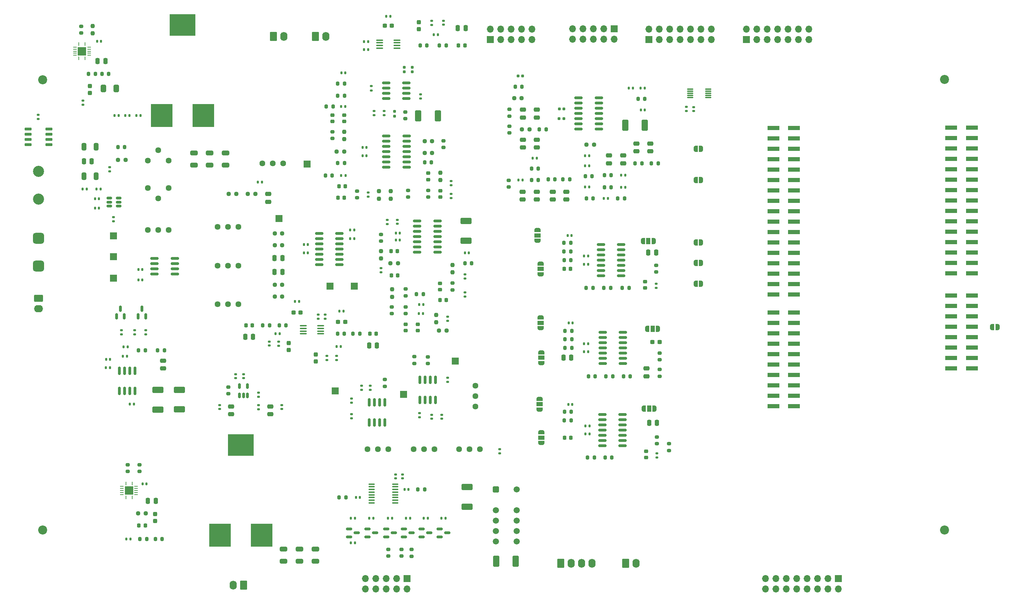
<source format=gbr>
%TF.GenerationSoftware,KiCad,Pcbnew,8.0.8*%
%TF.CreationDate,2025-03-13T09:52:44+00:00*%
%TF.ProjectId,Beehive_Monitor_main_PCB,42656568-6976-4655-9f4d-6f6e69746f72,rev?*%
%TF.SameCoordinates,Original*%
%TF.FileFunction,Soldermask,Top*%
%TF.FilePolarity,Negative*%
%FSLAX46Y46*%
G04 Gerber Fmt 4.6, Leading zero omitted, Abs format (unit mm)*
G04 Created by KiCad (PCBNEW 8.0.8) date 2025-03-13 09:52:44*
%MOMM*%
%LPD*%
G01*
G04 APERTURE LIST*
G04 Aperture macros list*
%AMRoundRect*
0 Rectangle with rounded corners*
0 $1 Rounding radius*
0 $2 $3 $4 $5 $6 $7 $8 $9 X,Y pos of 4 corners*
0 Add a 4 corners polygon primitive as box body*
4,1,4,$2,$3,$4,$5,$6,$7,$8,$9,$2,$3,0*
0 Add four circle primitives for the rounded corners*
1,1,$1+$1,$2,$3*
1,1,$1+$1,$4,$5*
1,1,$1+$1,$6,$7*
1,1,$1+$1,$8,$9*
0 Add four rect primitives between the rounded corners*
20,1,$1+$1,$2,$3,$4,$5,0*
20,1,$1+$1,$4,$5,$6,$7,0*
20,1,$1+$1,$6,$7,$8,$9,0*
20,1,$1+$1,$8,$9,$2,$3,0*%
%AMFreePoly0*
4,1,19,0.500000,-0.750000,0.000000,-0.750000,0.000000,-0.744911,-0.071157,-0.744911,-0.207708,-0.704816,-0.327430,-0.627875,-0.420627,-0.520320,-0.479746,-0.390866,-0.500000,-0.250000,-0.500000,0.250000,-0.479746,0.390866,-0.420627,0.520320,-0.327430,0.627875,-0.207708,0.704816,-0.071157,0.744911,0.000000,0.744911,0.000000,0.750000,0.500000,0.750000,0.500000,-0.750000,0.500000,-0.750000,
$1*%
%AMFreePoly1*
4,1,19,0.000000,0.744911,0.071157,0.744911,0.207708,0.704816,0.327430,0.627875,0.420627,0.520320,0.479746,0.390866,0.500000,0.250000,0.500000,-0.250000,0.479746,-0.390866,0.420627,-0.520320,0.327430,-0.627875,0.207708,-0.704816,0.071157,-0.744911,0.000000,-0.744911,0.000000,-0.750000,-0.500000,-0.750000,-0.500000,0.750000,0.000000,0.750000,0.000000,0.744911,0.000000,0.744911,
$1*%
%AMFreePoly2*
4,1,19,0.550000,-0.750000,0.000000,-0.750000,0.000000,-0.744911,-0.071157,-0.744911,-0.207708,-0.704816,-0.327430,-0.627875,-0.420627,-0.520320,-0.479746,-0.390866,-0.500000,-0.250000,-0.500000,0.250000,-0.479746,0.390866,-0.420627,0.520320,-0.327430,0.627875,-0.207708,0.704816,-0.071157,0.744911,0.000000,0.744911,0.000000,0.750000,0.550000,0.750000,0.550000,-0.750000,0.550000,-0.750000,
$1*%
%AMFreePoly3*
4,1,19,0.000000,0.744911,0.071157,0.744911,0.207708,0.704816,0.327430,0.627875,0.420627,0.520320,0.479746,0.390866,0.500000,0.250000,0.500000,-0.250000,0.479746,-0.390866,0.420627,-0.520320,0.327430,-0.627875,0.207708,-0.704816,0.071157,-0.744911,0.000000,-0.744911,0.000000,-0.750000,-0.550000,-0.750000,-0.550000,0.750000,0.000000,0.750000,0.000000,0.744911,0.000000,0.744911,
$1*%
G04 Aperture macros list end*
%ADD10RoundRect,0.200000X0.275000X-0.200000X0.275000X0.200000X-0.275000X0.200000X-0.275000X-0.200000X0*%
%ADD11RoundRect,0.200000X-0.200000X-0.275000X0.200000X-0.275000X0.200000X0.275000X-0.200000X0.275000X0*%
%ADD12RoundRect,0.250000X-0.620000X-0.845000X0.620000X-0.845000X0.620000X0.845000X-0.620000X0.845000X0*%
%ADD13O,1.740000X2.190000*%
%ADD14RoundRect,0.237500X0.300000X0.237500X-0.300000X0.237500X-0.300000X-0.237500X0.300000X-0.237500X0*%
%ADD15RoundRect,0.225000X0.250000X-0.225000X0.250000X0.225000X-0.250000X0.225000X-0.250000X-0.225000X0*%
%ADD16RoundRect,0.150000X0.150000X-0.512500X0.150000X0.512500X-0.150000X0.512500X-0.150000X-0.512500X0*%
%ADD17RoundRect,0.140000X-0.140000X-0.170000X0.140000X-0.170000X0.140000X0.170000X-0.140000X0.170000X0*%
%ADD18RoundRect,0.250000X0.475000X-0.250000X0.475000X0.250000X-0.475000X0.250000X-0.475000X-0.250000X0*%
%ADD19RoundRect,0.135000X-0.185000X0.135000X-0.185000X-0.135000X0.185000X-0.135000X0.185000X0.135000X0*%
%ADD20C,1.440000*%
%ADD21RoundRect,0.135000X0.135000X0.185000X-0.135000X0.185000X-0.135000X-0.185000X0.135000X-0.185000X0*%
%ADD22RoundRect,0.150000X-0.825000X-0.150000X0.825000X-0.150000X0.825000X0.150000X-0.825000X0.150000X0*%
%ADD23RoundRect,0.200000X-0.275000X0.200000X-0.275000X-0.200000X0.275000X-0.200000X0.275000X0.200000X0*%
%ADD24RoundRect,0.225000X0.225000X0.250000X-0.225000X0.250000X-0.225000X-0.250000X0.225000X-0.250000X0*%
%ADD25RoundRect,0.200000X0.200000X0.275000X-0.200000X0.275000X-0.200000X-0.275000X0.200000X-0.275000X0*%
%ADD26RoundRect,0.225000X-0.225000X-0.250000X0.225000X-0.250000X0.225000X0.250000X-0.225000X0.250000X0*%
%ADD27RoundRect,0.140000X0.170000X-0.140000X0.170000X0.140000X-0.170000X0.140000X-0.170000X-0.140000X0*%
%ADD28FreePoly0,180.000000*%
%ADD29FreePoly1,180.000000*%
%ADD30RoundRect,0.250000X-0.650000X0.325000X-0.650000X-0.325000X0.650000X-0.325000X0.650000X0.325000X0*%
%ADD31RoundRect,0.155000X0.155000X-0.212500X0.155000X0.212500X-0.155000X0.212500X-0.155000X-0.212500X0*%
%ADD32RoundRect,0.150000X0.825000X0.150000X-0.825000X0.150000X-0.825000X-0.150000X0.825000X-0.150000X0*%
%ADD33RoundRect,0.140000X-0.170000X0.140000X-0.170000X-0.140000X0.170000X-0.140000X0.170000X0.140000X0*%
%ADD34RoundRect,0.135000X-0.135000X-0.185000X0.135000X-0.185000X0.135000X0.185000X-0.135000X0.185000X0*%
%ADD35RoundRect,0.135000X0.185000X-0.135000X0.185000X0.135000X-0.185000X0.135000X-0.185000X-0.135000X0*%
%ADD36RoundRect,0.225000X-0.250000X0.225000X-0.250000X-0.225000X0.250000X-0.225000X0.250000X0.225000X0*%
%ADD37RoundRect,0.250000X-0.250000X-0.475000X0.250000X-0.475000X0.250000X0.475000X-0.250000X0.475000X0*%
%ADD38RoundRect,0.250000X-0.475000X0.250000X-0.475000X-0.250000X0.475000X-0.250000X0.475000X0.250000X0*%
%ADD39RoundRect,0.140000X0.140000X0.170000X-0.140000X0.170000X-0.140000X-0.170000X0.140000X-0.170000X0*%
%ADD40FreePoly2,90.000000*%
%ADD41R,1.500000X1.000000*%
%ADD42FreePoly3,90.000000*%
%ADD43R,1.700000X1.700000*%
%ADD44RoundRect,0.250500X-0.499500X-0.499500X0.499500X-0.499500X0.499500X0.499500X-0.499500X0.499500X0*%
%ADD45C,1.500000*%
%ADD46R,6.360000X5.280000*%
%ADD47R,5.330000X5.590000*%
%ADD48RoundRect,0.237500X-0.237500X0.300000X-0.237500X-0.300000X0.237500X-0.300000X0.237500X0.300000X0*%
%ADD49RoundRect,0.100000X-0.712500X-0.100000X0.712500X-0.100000X0.712500X0.100000X-0.712500X0.100000X0*%
%ADD50RoundRect,0.250000X0.250000X0.475000X-0.250000X0.475000X-0.250000X-0.475000X0.250000X-0.475000X0*%
%ADD51O,1.700000X1.700000*%
%ADD52RoundRect,0.237500X-0.250000X-0.237500X0.250000X-0.237500X0.250000X0.237500X-0.250000X0.237500X0*%
%ADD53R,0.280000X0.850000*%
%ADD54R,0.850000X0.280000*%
%ADD55R,2.050000X2.050000*%
%ADD56RoundRect,0.150000X-0.587500X-0.150000X0.587500X-0.150000X0.587500X0.150000X-0.587500X0.150000X0*%
%ADD57RoundRect,0.237500X-0.300000X-0.237500X0.300000X-0.237500X0.300000X0.237500X-0.300000X0.237500X0*%
%ADD58RoundRect,0.150000X-0.150000X0.825000X-0.150000X-0.825000X0.150000X-0.825000X0.150000X0.825000X0*%
%ADD59RoundRect,0.237500X0.250000X0.237500X-0.250000X0.237500X-0.250000X-0.237500X0.250000X-0.237500X0*%
%ADD60RoundRect,0.237500X-0.237500X0.250000X-0.237500X-0.250000X0.237500X-0.250000X0.237500X0.250000X0*%
%ADD61RoundRect,0.100000X-0.637500X-0.100000X0.637500X-0.100000X0.637500X0.100000X-0.637500X0.100000X0*%
%ADD62RoundRect,0.237500X0.237500X-0.300000X0.237500X0.300000X-0.237500X0.300000X-0.237500X-0.300000X0*%
%ADD63R,3.000000X1.000000*%
%ADD64RoundRect,0.250000X1.100000X-0.500000X1.100000X0.500000X-1.100000X0.500000X-1.100000X-0.500000X0*%
%ADD65RoundRect,0.675000X0.675000X-0.675000X0.675000X0.675000X-0.675000X0.675000X-0.675000X-0.675000X0*%
%ADD66C,2.700000*%
%ADD67RoundRect,0.237500X0.237500X-0.250000X0.237500X0.250000X-0.237500X0.250000X-0.237500X-0.250000X0*%
%ADD68RoundRect,0.155000X-0.212500X-0.155000X0.212500X-0.155000X0.212500X0.155000X-0.212500X0.155000X0*%
%ADD69RoundRect,0.250000X-0.500000X-1.100000X0.500000X-1.100000X0.500000X1.100000X-0.500000X1.100000X0*%
%ADD70RoundRect,0.250000X-0.325000X-0.650000X0.325000X-0.650000X0.325000X0.650000X-0.325000X0.650000X0*%
%ADD71RoundRect,0.150000X0.512500X0.150000X-0.512500X0.150000X-0.512500X-0.150000X0.512500X-0.150000X0*%
%ADD72RoundRect,0.150000X0.725000X0.150000X-0.725000X0.150000X-0.725000X-0.150000X0.725000X-0.150000X0*%
%ADD73C,2.200000*%
%ADD74RoundRect,0.250000X-0.845000X0.620000X-0.845000X-0.620000X0.845000X-0.620000X0.845000X0.620000X0*%
%ADD75O,2.190000X1.740000*%
%ADD76RoundRect,0.250000X0.500000X1.100000X-0.500000X1.100000X-0.500000X-1.100000X0.500000X-1.100000X0*%
%ADD77RoundRect,0.155000X-0.155000X0.212500X-0.155000X-0.212500X0.155000X-0.212500X0.155000X0.212500X0*%
%ADD78RoundRect,0.075000X-0.650000X-0.075000X0.650000X-0.075000X0.650000X0.075000X-0.650000X0.075000X0*%
%ADD79RoundRect,0.250000X0.620000X0.845000X-0.620000X0.845000X-0.620000X-0.845000X0.620000X-0.845000X0*%
%ADD80RoundRect,0.250000X0.412500X0.650000X-0.412500X0.650000X-0.412500X-0.650000X0.412500X-0.650000X0*%
%ADD81RoundRect,0.150000X0.150000X-0.587500X0.150000X0.587500X-0.150000X0.587500X-0.150000X-0.587500X0*%
%ADD82FreePoly2,0.000000*%
%ADD83R,1.000000X1.500000*%
%ADD84FreePoly3,0.000000*%
%ADD85RoundRect,0.100000X0.712500X0.100000X-0.712500X0.100000X-0.712500X-0.100000X0.712500X-0.100000X0*%
%ADD86RoundRect,0.155000X0.212500X0.155000X-0.212500X0.155000X-0.212500X-0.155000X0.212500X-0.155000X0*%
%ADD87RoundRect,0.150000X0.150000X-0.825000X0.150000X0.825000X-0.150000X0.825000X-0.150000X-0.825000X0*%
G04 APERTURE END LIST*
D10*
%TO.C,R172*%
X211880000Y-159175000D03*
X211880000Y-157525000D03*
%TD*%
D11*
%TO.C,R153*%
X203415000Y-121120000D03*
X205065000Y-121120000D03*
%TD*%
D12*
%TO.C,PI_PWR1*%
X118300000Y-59770000D03*
D13*
X120840000Y-59770000D03*
%TD*%
D14*
%TO.C,C95*%
X212515000Y-134350000D03*
X210790000Y-134350000D03*
%TD*%
D11*
%TO.C,R47*%
X133980000Y-74210000D03*
X135630000Y-74210000D03*
%TD*%
D15*
%TO.C,C84*%
X150531250Y-131567500D03*
X150531250Y-130017500D03*
%TD*%
D16*
%TO.C,IC4*%
X110025000Y-147385000D03*
X110975000Y-147385000D03*
X111925000Y-147385000D03*
X111925000Y-145110000D03*
X110025000Y-145110000D03*
%TD*%
D17*
%TO.C,Cboot1*%
X86340000Y-169000000D03*
X87300000Y-169000000D03*
%TD*%
D18*
%TO.C,C77*%
X210240000Y-87825907D03*
X210240000Y-85925907D03*
%TD*%
D19*
%TO.C,R17*%
X114650000Y-146740000D03*
X114650000Y-147760000D03*
%TD*%
D20*
%TO.C,RV7*%
X120665000Y-90760000D03*
X118125000Y-90760000D03*
X115585000Y-90760000D03*
%TD*%
D11*
%TO.C,R141*%
X85390000Y-136370000D03*
X87040000Y-136370000D03*
%TD*%
D10*
%TO.C,R60*%
X151110000Y-98995000D03*
X151110000Y-97345000D03*
%TD*%
D21*
%TO.C,R82*%
X179090000Y-94845907D03*
X178070000Y-94845907D03*
%TD*%
D22*
%TO.C,U1*%
X145830000Y-84050000D03*
X145830000Y-85320000D03*
X145830000Y-86590000D03*
X145830000Y-87860000D03*
X145830000Y-89130000D03*
X145830000Y-90400000D03*
X145830000Y-91670000D03*
X150780000Y-91670000D03*
X150780000Y-90400000D03*
X150780000Y-89130000D03*
X150780000Y-87860000D03*
X150780000Y-86590000D03*
X150780000Y-85320000D03*
X150780000Y-84050000D03*
%TD*%
D23*
%TO.C,R113*%
X150531250Y-125787500D03*
X150531250Y-127437500D03*
%TD*%
D15*
%TO.C,C63*%
X158990000Y-98965000D03*
X158990000Y-97415000D03*
%TD*%
D24*
%TO.C,C111*%
X190802499Y-116532500D03*
X189252499Y-116532500D03*
%TD*%
D25*
%TO.C,R79*%
X184840000Y-82430000D03*
X183190000Y-82430000D03*
%TD*%
D26*
%TO.C,C31*%
X111610000Y-130290000D03*
X113160000Y-130290000D03*
%TD*%
D27*
%TO.C,C24*%
X130900000Y-128660000D03*
X130900000Y-127700000D03*
%TD*%
D28*
%TO.C,JP1*%
X294960000Y-130690000D03*
D29*
X293660000Y-130690000D03*
%TD*%
D17*
%TO.C,C97*%
X138420000Y-172310000D03*
X139380000Y-172310000D03*
%TD*%
D30*
%TO.C,C20*%
X128525000Y-184900000D03*
X128525000Y-187850000D03*
%TD*%
D31*
%TO.C,C68*%
X150205000Y-68417500D03*
X150205000Y-67282500D03*
%TD*%
D22*
%TO.C,U3*%
X192740000Y-74795907D03*
X192740000Y-76065907D03*
X192740000Y-77335907D03*
X192740000Y-78605907D03*
X192740000Y-79875907D03*
X192740000Y-81145907D03*
X192740000Y-82415907D03*
X197690000Y-82415907D03*
X197690000Y-81145907D03*
X197690000Y-79875907D03*
X197690000Y-78605907D03*
X197690000Y-77335907D03*
X197690000Y-76065907D03*
X197690000Y-74795907D03*
%TD*%
D32*
%TO.C,IC2*%
X94220000Y-117770000D03*
X94220000Y-116500000D03*
X94220000Y-115230000D03*
X94220000Y-113960000D03*
X89270000Y-113960000D03*
X89270000Y-115230000D03*
X89270000Y-116500000D03*
X89270000Y-117770000D03*
%TD*%
D33*
%TO.C,C89*%
X159325000Y-152107500D03*
X159325000Y-153067500D03*
%TD*%
D34*
%TO.C,R146*%
X83225552Y-149554448D03*
X84245552Y-149554448D03*
%TD*%
D35*
%TO.C,R71*%
X142145000Y-72940000D03*
X142145000Y-71920000D03*
%TD*%
D11*
%TO.C,R13*%
X80340000Y-86810000D03*
X81990000Y-86810000D03*
%TD*%
%TO.C,R154*%
X189425000Y-133710000D03*
X191075000Y-133710000D03*
%TD*%
D36*
%TO.C,C59*%
X132690000Y-78975000D03*
X132690000Y-80525000D03*
%TD*%
D17*
%TO.C,C57*%
X134895000Y-68690000D03*
X135855000Y-68690000D03*
%TD*%
D37*
%TO.C,C2*%
X72025000Y-90275000D03*
X73925000Y-90275000D03*
%TD*%
D11*
%TO.C,R132*%
X165016250Y-115172500D03*
X166666250Y-115172500D03*
%TD*%
D25*
%TO.C,R92*%
X200677500Y-96585907D03*
X199027500Y-96585907D03*
%TD*%
D38*
%TO.C,C72*%
X182520000Y-77670907D03*
X182520000Y-79570907D03*
%TD*%
D39*
%TO.C,C93*%
X191265000Y-129680000D03*
X190305000Y-129680000D03*
%TD*%
D40*
%TO.C,JP5*%
X183247500Y-150860000D03*
D41*
X183247500Y-149560000D03*
D42*
X183247500Y-148260000D03*
%TD*%
D11*
%TO.C,R116*%
X195170000Y-142730000D03*
X196820000Y-142730000D03*
%TD*%
D10*
%TO.C,R167*%
X155940000Y-139625000D03*
X155940000Y-137975000D03*
%TD*%
D34*
%TO.C,R96*%
X203155000Y-93635907D03*
X204175000Y-93635907D03*
%TD*%
D21*
%TO.C,R168*%
X154836250Y-125187500D03*
X153816250Y-125187500D03*
%TD*%
D39*
%TO.C,C56*%
X140992500Y-86900000D03*
X140032500Y-86900000D03*
%TD*%
D11*
%TO.C,R118*%
X153201250Y-122687500D03*
X154851250Y-122687500D03*
%TD*%
D10*
%TO.C,R50*%
X132690000Y-84700000D03*
X132690000Y-83050000D03*
%TD*%
D21*
%TO.C,R28*%
X134740000Y-135480000D03*
X133720000Y-135480000D03*
%TD*%
D35*
%TO.C,R149*%
X173500000Y-161510000D03*
X173500000Y-160490000D03*
%TD*%
D10*
%TO.C,R121*%
X149495000Y-186635000D03*
X149495000Y-184985000D03*
%TD*%
D39*
%TO.C,C102*%
X78400000Y-140604448D03*
X77440000Y-140604448D03*
%TD*%
D43*
%TO.C,TP_4*%
X119620000Y-104200000D03*
%TD*%
D39*
%TO.C,C44*%
X86320000Y-119210000D03*
X85360000Y-119210000D03*
%TD*%
D40*
%TO.C,JP8*%
X183690000Y-159000000D03*
D41*
X183690000Y-157700000D03*
D42*
X183690000Y-156400000D03*
%TD*%
D11*
%TO.C,R95*%
X199040000Y-93635907D03*
X200690000Y-93635907D03*
%TD*%
D43*
%TO.C,TP_2*%
X79300000Y-108480000D03*
%TD*%
D19*
%TO.C,R133*%
X165011250Y-117842500D03*
X165011250Y-118862500D03*
%TD*%
D28*
%TO.C,PE_9*%
X222600000Y-120180000D03*
D29*
X221300000Y-120180000D03*
%TD*%
D35*
%TO.C,R143*%
X81190000Y-132470000D03*
X81190000Y-131450000D03*
%TD*%
D44*
%TO.C,K2*%
X172530000Y-170365000D03*
D45*
X172530000Y-175445000D03*
X172530000Y-177985000D03*
X172530000Y-180525000D03*
X172530000Y-183065000D03*
X177610000Y-183065000D03*
X177610000Y-180525000D03*
X177610000Y-177985000D03*
X177610000Y-175445000D03*
X177610000Y-170365000D03*
%TD*%
D35*
%TO.C,R500*%
X78340000Y-92750000D03*
X78340000Y-91730000D03*
%TD*%
D23*
%TO.C,R6*%
X71350000Y-57312500D03*
X71350000Y-58962500D03*
%TD*%
D46*
%TO.C,L1*%
X96125000Y-57000000D03*
D47*
X91050000Y-79075000D03*
X101200000Y-79075000D03*
%TD*%
D11*
%TO.C,R156*%
X199435000Y-142730000D03*
X201085000Y-142730000D03*
%TD*%
D20*
%TO.C,RV5*%
X109730000Y-125130000D03*
X107190000Y-125130000D03*
X104650000Y-125130000D03*
%TD*%
D21*
%TO.C,R46*%
X135850000Y-76840000D03*
X134830000Y-76840000D03*
%TD*%
D48*
%TO.C,C7*%
X73500000Y-71875000D03*
X73500000Y-73600000D03*
%TD*%
D19*
%TO.C,R150*%
X153915000Y-151747500D03*
X153915000Y-152767500D03*
%TD*%
D34*
%TO.C,R36*%
X123553750Y-124426250D03*
X124573750Y-124426250D03*
%TD*%
D25*
%TO.C,R91*%
X203960000Y-99285907D03*
X202310000Y-99285907D03*
%TD*%
D38*
%TO.C,C14*%
X107975000Y-150080000D03*
X107975000Y-151980000D03*
%TD*%
D19*
%TO.C,R4*%
X79300000Y-103880000D03*
X79300000Y-104900000D03*
%TD*%
D49*
%TO.C,IC6*%
X125552500Y-130410000D03*
X125552500Y-131060000D03*
X125552500Y-131710000D03*
X125552500Y-132360000D03*
X129777500Y-132360000D03*
X129777500Y-131710000D03*
X129777500Y-131060000D03*
X129777500Y-130410000D03*
%TD*%
D39*
%TO.C,C55*%
X140992500Y-88870000D03*
X140032500Y-88870000D03*
%TD*%
D27*
%TO.C,C23*%
X129202500Y-128660000D03*
X129202500Y-127700000D03*
%TD*%
%TO.C,C100*%
X149770000Y-167640000D03*
X149770000Y-166680000D03*
%TD*%
D25*
%TO.C,R155*%
X191085000Y-135820000D03*
X189435000Y-135820000D03*
%TD*%
D50*
%TO.C,C112*%
X211672499Y-112542500D03*
X209772499Y-112542500D03*
%TD*%
D43*
%TO.C,TC_1_2*%
X209900000Y-60495000D03*
D51*
X209900000Y-57955000D03*
X212440000Y-60495000D03*
X212440000Y-57955000D03*
X214980000Y-60495000D03*
X214980000Y-57955000D03*
X217520000Y-60495000D03*
X217520000Y-57955000D03*
X220060000Y-60495000D03*
X220060000Y-57955000D03*
X222600000Y-60495000D03*
X222600000Y-57955000D03*
X225140000Y-60495000D03*
X225140000Y-57955000D03*
%TD*%
D19*
%TO.C,R55*%
X141380000Y-97900000D03*
X141380000Y-98920000D03*
%TD*%
D34*
%TO.C,R34*%
X118778750Y-132320000D03*
X119798750Y-132320000D03*
%TD*%
D11*
%TO.C,R11*%
X76450000Y-68900000D03*
X78100000Y-68900000D03*
%TD*%
D14*
%TO.C,C39*%
X147200000Y-57170000D03*
X145475000Y-57170000D03*
%TD*%
D52*
%TO.C,R16*%
X85300000Y-176225000D03*
X87125000Y-176225000D03*
%TD*%
D10*
%TO.C,R158*%
X212525000Y-138715000D03*
X212525000Y-137065000D03*
%TD*%
D48*
%TO.C,C27*%
X128650000Y-137397500D03*
X128650000Y-139122500D03*
%TD*%
D21*
%TO.C,R72*%
X115525000Y-95360000D03*
X114505000Y-95360000D03*
%TD*%
D11*
%TO.C,R86*%
X188920000Y-94625907D03*
X190570000Y-94625907D03*
%TD*%
D53*
%TO.C,IC3*%
X70825000Y-61650000D03*
D54*
X69850000Y-62375000D03*
X69850000Y-62875000D03*
X69850000Y-63375000D03*
X69850000Y-63875000D03*
X69850000Y-64375000D03*
D53*
X70825000Y-65100000D03*
X72325000Y-65100000D03*
D54*
X73300000Y-64375000D03*
X73300000Y-63875000D03*
X73300000Y-63375000D03*
X73300000Y-62875000D03*
X73300000Y-62375000D03*
D53*
X72325000Y-61650000D03*
D55*
X71575000Y-63375000D03*
%TD*%
D11*
%TO.C,R173*%
X194920000Y-162580000D03*
X196570000Y-162580000D03*
%TD*%
D56*
%TO.C,Q3*%
X136770000Y-180010000D03*
X136770000Y-181910000D03*
X138645000Y-180960000D03*
%TD*%
D50*
%TO.C,C117*%
X211880000Y-154110000D03*
X209980000Y-154110000D03*
%TD*%
D27*
%TO.C,C99*%
X148120000Y-167640000D03*
X148120000Y-166680000D03*
%TD*%
D21*
%TO.C,R104*%
X204162500Y-96585907D03*
X203142500Y-96585907D03*
%TD*%
D35*
%TO.C,R142*%
X84425552Y-132470000D03*
X84425552Y-131450000D03*
%TD*%
D39*
%TO.C,C114*%
X195390000Y-156820000D03*
X194430000Y-156820000D03*
%TD*%
D20*
%TO.C,RV11*%
X168710000Y-160487500D03*
X166170000Y-160487500D03*
X163630000Y-160487500D03*
%TD*%
D43*
%TO.C,LEDs1*%
X150890000Y-192125000D03*
D51*
X150890000Y-194665000D03*
X148350000Y-192125000D03*
X148350000Y-194665000D03*
X145810000Y-192125000D03*
X145810000Y-194665000D03*
X143270000Y-192125000D03*
X143270000Y-194665000D03*
X140730000Y-192125000D03*
X140730000Y-194665000D03*
%TD*%
D52*
%TO.C,R42*%
X107407500Y-98200000D03*
X109232500Y-98200000D03*
%TD*%
D23*
%TO.C,R15*%
X82750000Y-164300000D03*
X82750000Y-165950000D03*
%TD*%
D39*
%TO.C,C109*%
X195062499Y-115372500D03*
X194102499Y-115372500D03*
%TD*%
D57*
%TO.C,C34*%
X123201250Y-127166250D03*
X124926250Y-127166250D03*
%TD*%
D24*
%TO.C,C116*%
X190885000Y-157700000D03*
X189335000Y-157700000D03*
%TD*%
D18*
%TO.C,C17*%
X186450000Y-99565907D03*
X186450000Y-97665907D03*
%TD*%
D58*
%TO.C,U5*%
X157800000Y-143587500D03*
X156530000Y-143587500D03*
X155260000Y-143587500D03*
X153990000Y-143587500D03*
X153990000Y-148537500D03*
X155260000Y-148537500D03*
X156530000Y-148537500D03*
X157800000Y-148537500D03*
%TD*%
D59*
%TO.C,R26*%
X120420000Y-120360000D03*
X118595000Y-120360000D03*
%TD*%
D17*
%TO.C,Cboot5*%
X75270000Y-60925000D03*
X76230000Y-60925000D03*
%TD*%
D60*
%TO.C,R63*%
X159000000Y-93025000D03*
X159000000Y-94850000D03*
%TD*%
D21*
%TO.C,R125*%
X138217500Y-177385000D03*
X137197500Y-177385000D03*
%TD*%
D52*
%TO.C,R75*%
X177027500Y-74845907D03*
X178852500Y-74845907D03*
%TD*%
D23*
%TO.C,R111*%
X150531250Y-121447500D03*
X150531250Y-123097500D03*
%TD*%
D61*
%TO.C,IC9*%
X142245000Y-169060000D03*
X142245000Y-169710000D03*
X142245000Y-170360000D03*
X142245000Y-171010000D03*
X142245000Y-171660000D03*
X142245000Y-172310000D03*
X142245000Y-172960000D03*
X142245000Y-173610000D03*
X147970000Y-173610000D03*
X147970000Y-172960000D03*
X147970000Y-172310000D03*
X147970000Y-171660000D03*
X147970000Y-171010000D03*
X147970000Y-170360000D03*
X147970000Y-169710000D03*
X147970000Y-169060000D03*
%TD*%
D56*
%TO.C,Q1*%
X150095000Y-180010000D03*
X150095000Y-181910000D03*
X151970000Y-180960000D03*
%TD*%
D14*
%TO.C,C28*%
X135782500Y-129426250D03*
X134057500Y-129426250D03*
%TD*%
D21*
%TO.C,R39*%
X158415000Y-59317500D03*
X157395000Y-59317500D03*
%TD*%
D12*
%TO.C,mic_1_LDR1*%
X188360000Y-188360000D03*
D13*
X190900000Y-188360000D03*
X193440000Y-188360000D03*
X195980000Y-188360000D03*
%TD*%
D62*
%TO.C,C38*%
X153790000Y-58032500D03*
X153790000Y-56307500D03*
%TD*%
D12*
%TO.C,mic_2*%
X204230000Y-188360000D03*
D13*
X206770000Y-188360000D03*
%TD*%
D18*
%TO.C,C74*%
X179050000Y-99595907D03*
X179050000Y-97695907D03*
%TD*%
D15*
%TO.C,C86*%
X158936250Y-121572500D03*
X158936250Y-120022500D03*
%TD*%
D23*
%TO.C,R65*%
X156040000Y-97360000D03*
X156040000Y-99010000D03*
%TD*%
D10*
%TO.C,R110*%
X152645000Y-139605000D03*
X152645000Y-137955000D03*
%TD*%
D31*
%TO.C,C67*%
X152195000Y-68427500D03*
X152195000Y-67292500D03*
%TD*%
D37*
%TO.C,Css5*%
X75375000Y-65750000D03*
X77275000Y-65750000D03*
%TD*%
D11*
%TO.C,R33*%
X119695000Y-130290000D03*
X121345000Y-130290000D03*
%TD*%
D46*
%TO.C,L2*%
X110350000Y-159480000D03*
D47*
X105275000Y-181555000D03*
X115425000Y-181555000D03*
%TD*%
D28*
%TO.C,PF_14*%
X222600000Y-115090000D03*
D29*
X221300000Y-115090000D03*
%TD*%
D11*
%TO.C,R93*%
X206520000Y-90735907D03*
X208170000Y-90735907D03*
%TD*%
D38*
%TO.C,C73*%
X179160000Y-84975907D03*
X179160000Y-86875907D03*
%TD*%
D22*
%TO.C,IC8*%
X129430000Y-107830000D03*
X129430000Y-109100000D03*
X129430000Y-110370000D03*
X129430000Y-111640000D03*
X129430000Y-112910000D03*
X129430000Y-114180000D03*
X129430000Y-115450000D03*
X134380000Y-115450000D03*
X134380000Y-114180000D03*
X134380000Y-112910000D03*
X134380000Y-111640000D03*
X134380000Y-110370000D03*
X134380000Y-109100000D03*
X134380000Y-107830000D03*
%TD*%
D21*
%TO.C,R88*%
X195350000Y-91315907D03*
X194330000Y-91315907D03*
%TD*%
D11*
%TO.C,R157*%
X203685000Y-142720000D03*
X205335000Y-142720000D03*
%TD*%
D52*
%TO.C,R25*%
X118595000Y-123250000D03*
X120420000Y-123250000D03*
%TD*%
D15*
%TO.C,C62*%
X156040000Y-94715000D03*
X156040000Y-93165000D03*
%TD*%
D19*
%TO.C,R105*%
X146101250Y-104542500D03*
X146101250Y-105562500D03*
%TD*%
D10*
%TO.C,R151*%
X145485000Y-145182500D03*
X145485000Y-143532500D03*
%TD*%
D11*
%TO.C,R101*%
X181270000Y-92015907D03*
X182920000Y-92015907D03*
%TD*%
%TO.C,R32*%
X115675000Y-130290000D03*
X117325000Y-130290000D03*
%TD*%
D26*
%TO.C,C60*%
X134310000Y-96340000D03*
X135860000Y-96340000D03*
%TD*%
D20*
%TO.C,RV6*%
X109730000Y-106250000D03*
X107190000Y-106250000D03*
X104650000Y-106250000D03*
%TD*%
D63*
%TO.C,J1*%
X283680000Y-140840000D03*
X288720000Y-140840000D03*
X283680000Y-138300000D03*
X288720000Y-138300000D03*
X283680000Y-135760000D03*
X288720000Y-135760000D03*
X283680000Y-133220000D03*
X288720000Y-133220000D03*
X283680000Y-130680000D03*
X288720000Y-130680000D03*
X283680000Y-128140000D03*
X288720000Y-128140000D03*
X283680000Y-125600000D03*
X288720000Y-125600000D03*
X283680000Y-123060000D03*
X288720000Y-123060000D03*
%TD*%
D25*
%TO.C,R37*%
X160415000Y-61957500D03*
X158765000Y-61957500D03*
%TD*%
%TO.C,R159*%
X190822499Y-110142500D03*
X189172499Y-110142500D03*
%TD*%
D64*
%TO.C,D4*%
X95390000Y-150820000D03*
X95390000Y-146020000D03*
%TD*%
D21*
%TO.C,R56*%
X135865000Y-93700000D03*
X134845000Y-93700000D03*
%TD*%
D22*
%TO.C,U4*%
X153366250Y-104800000D03*
X153366250Y-106070000D03*
X153366250Y-107340000D03*
X153366250Y-108610000D03*
X153366250Y-109880000D03*
X153366250Y-111150000D03*
X153366250Y-112420000D03*
X158316250Y-112420000D03*
X158316250Y-111150000D03*
X158316250Y-109880000D03*
X158316250Y-108610000D03*
X158316250Y-107340000D03*
X158316250Y-106070000D03*
X158316250Y-104800000D03*
%TD*%
D33*
%TO.C,C107*%
X220845000Y-77020000D03*
X220845000Y-77980000D03*
%TD*%
D25*
%TO.C,R38*%
X155755000Y-61957500D03*
X154105000Y-61957500D03*
%TD*%
D39*
%TO.C,C41*%
X141377500Y-62972500D03*
X140417500Y-62972500D03*
%TD*%
D25*
%TO.C,R89*%
X196275000Y-99275907D03*
X194625000Y-99275907D03*
%TD*%
D65*
%TO.C,F1*%
X61000000Y-115825000D03*
X61000000Y-109065000D03*
D66*
X61000000Y-99475000D03*
X61000000Y-92715000D03*
%TD*%
D18*
%TO.C,C75*%
X189780000Y-99565907D03*
X189780000Y-97665907D03*
%TD*%
D52*
%TO.C,R102*%
X194667500Y-86205907D03*
X196492500Y-86205907D03*
%TD*%
D35*
%TO.C,R175*%
X211880000Y-162570000D03*
X211880000Y-161550000D03*
%TD*%
D27*
%TO.C,C81*%
X148511250Y-105532500D03*
X148511250Y-104572500D03*
%TD*%
D50*
%TO.C,C35*%
X165170000Y-57707500D03*
X163270000Y-57707500D03*
%TD*%
D21*
%TO.C,R138*%
X160292500Y-177360000D03*
X159272500Y-177360000D03*
%TD*%
D67*
%TO.C,R115*%
X147211250Y-123332500D03*
X147211250Y-121507500D03*
%TD*%
%TO.C,R7*%
X74150000Y-59050000D03*
X74150000Y-57225000D03*
%TD*%
D39*
%TO.C,C78*%
X208910000Y-77695907D03*
X207950000Y-77695907D03*
%TD*%
D52*
%TO.C,R62*%
X155175000Y-85320000D03*
X157000000Y-85320000D03*
%TD*%
D23*
%TO.C,R22*%
X107315000Y-145365000D03*
X107315000Y-147015000D03*
%TD*%
D20*
%TO.C,RV8*%
X167585000Y-150077500D03*
X167585000Y-147537500D03*
X167585000Y-144997500D03*
%TD*%
D68*
%TO.C,C71*%
X177962500Y-69393407D03*
X179097500Y-69393407D03*
%TD*%
D35*
%TO.C,R100*%
X154210000Y-74930000D03*
X154210000Y-73910000D03*
%TD*%
D60*
%TO.C,R128*%
X161981250Y-115537500D03*
X161981250Y-117362500D03*
%TD*%
D69*
%TO.C,D1*%
X153600000Y-79200000D03*
X158400000Y-79200000D03*
%TD*%
D59*
%TO.C,R64*%
X157012500Y-88180000D03*
X155187500Y-88180000D03*
%TD*%
D21*
%TO.C,R139*%
X155995000Y-177385000D03*
X154975000Y-177385000D03*
%TD*%
D67*
%TO.C,R122*%
X158001250Y-129555000D03*
X158001250Y-127730000D03*
%TD*%
D33*
%TO.C,C32*%
X117273750Y-134256250D03*
X117273750Y-135216250D03*
%TD*%
D10*
%TO.C,R77*%
X175870000Y-83335907D03*
X175870000Y-81685907D03*
%TD*%
D25*
%TO.C,R84*%
X196030000Y-93875907D03*
X194380000Y-93875907D03*
%TD*%
D48*
%TO.C,C5*%
X89425000Y-176337500D03*
X89425000Y-178062500D03*
%TD*%
D39*
%TO.C,C91*%
X195055000Y-134810000D03*
X194095000Y-134810000D03*
%TD*%
D21*
%TO.C,R44*%
X138060000Y-109100000D03*
X137040000Y-109100000D03*
%TD*%
D37*
%TO.C,Css1*%
X87650000Y-173175000D03*
X89550000Y-173175000D03*
%TD*%
D70*
%TO.C,C1*%
X72100000Y-86675000D03*
X75050000Y-86675000D03*
%TD*%
D19*
%TO.C,R35*%
X119533750Y-134246250D03*
X119533750Y-135266250D03*
%TD*%
D10*
%TO.C,R117*%
X212525000Y-142720000D03*
X212525000Y-141070000D03*
%TD*%
D71*
%TO.C,IC1*%
X80497500Y-101162500D03*
X80497500Y-100212500D03*
X80497500Y-99262500D03*
X78222500Y-99262500D03*
X78222500Y-100212500D03*
X78222500Y-101162500D03*
%TD*%
D11*
%TO.C,R10*%
X73200000Y-68900000D03*
X74850000Y-68900000D03*
%TD*%
D28*
%TO.C,PE_15*%
X222600000Y-87240000D03*
D29*
X221300000Y-87240000D03*
%TD*%
D35*
%TO.C,R144*%
X87170000Y-132470000D03*
X87170000Y-131450000D03*
%TD*%
D10*
%TO.C,R14*%
X85575000Y-165950000D03*
X85575000Y-164300000D03*
%TD*%
D11*
%TO.C,R162*%
X194602499Y-121122500D03*
X196252499Y-121122500D03*
%TD*%
D35*
%TO.C,R165*%
X211692499Y-121152500D03*
X211692499Y-120132500D03*
%TD*%
D34*
%TO.C,R169*%
X81750000Y-135510000D03*
X82770000Y-135510000D03*
%TD*%
D50*
%TO.C,C94*%
X190975000Y-138170000D03*
X189075000Y-138170000D03*
%TD*%
D38*
%TO.C,C54*%
X179130000Y-77670907D03*
X179130000Y-79570907D03*
%TD*%
D26*
%TO.C,C61*%
X134030000Y-99170000D03*
X135580000Y-99170000D03*
%TD*%
D72*
%TO.C,Q9*%
X63550000Y-86185000D03*
X63550000Y-84915000D03*
X63550000Y-83645000D03*
X63550000Y-82375000D03*
X58400000Y-82375000D03*
X58400000Y-83645000D03*
X58400000Y-84915000D03*
X58400000Y-86185000D03*
%TD*%
D24*
%TO.C,C4*%
X87025000Y-179125000D03*
X85475000Y-179125000D03*
%TD*%
D23*
%TO.C,R129*%
X161991250Y-119972500D03*
X161991250Y-121622500D03*
%TD*%
D63*
%TO.C,J2*%
X240270000Y-150040000D03*
X245310000Y-150040000D03*
X240270000Y-147500000D03*
X245310000Y-147500000D03*
X240270000Y-144960000D03*
X245310000Y-144960000D03*
X240270000Y-142420000D03*
X245310000Y-142420000D03*
X240270000Y-139880000D03*
X245310000Y-139880000D03*
X240270000Y-137340000D03*
X245310000Y-137340000D03*
X240270000Y-134800000D03*
X245310000Y-134800000D03*
X240270000Y-132260000D03*
X245310000Y-132260000D03*
X240270000Y-129720000D03*
X245310000Y-129720000D03*
X240270000Y-127180000D03*
X245310000Y-127180000D03*
%TD*%
D21*
%TO.C,R131*%
X138217500Y-183385000D03*
X137197500Y-183385000D03*
%TD*%
D73*
%TO.C,H2*%
X62020000Y-70330000D03*
%TD*%
D43*
%TO.C,PI_IN1*%
X171195000Y-60495000D03*
D51*
X171195000Y-57955000D03*
X173735000Y-60495000D03*
X173735000Y-57955000D03*
X176275000Y-60495000D03*
X176275000Y-57955000D03*
X178815000Y-60495000D03*
X178815000Y-57955000D03*
X181355000Y-60495000D03*
X181355000Y-57955000D03*
%TD*%
D25*
%TO.C,R49*%
X135630000Y-71290000D03*
X133980000Y-71290000D03*
%TD*%
D52*
%TO.C,R43*%
X112067500Y-98200000D03*
X113892500Y-98200000D03*
%TD*%
D11*
%TO.C,R94*%
X210525000Y-90745907D03*
X212175000Y-90745907D03*
%TD*%
D69*
%TO.C,D8*%
X172620000Y-187860000D03*
X177420000Y-187860000D03*
%TD*%
D22*
%TO.C,U2*%
X145800000Y-71120000D03*
X145800000Y-72390000D03*
X145800000Y-73660000D03*
X145800000Y-74930000D03*
X150750000Y-74930000D03*
X150750000Y-73660000D03*
X150750000Y-72390000D03*
X150750000Y-71120000D03*
%TD*%
D39*
%TO.C,C103*%
X78409448Y-138560000D03*
X77449448Y-138560000D03*
%TD*%
D25*
%TO.C,R18*%
X91150000Y-182475000D03*
X89500000Y-182475000D03*
%TD*%
D19*
%TO.C,R134*%
X165011250Y-122252500D03*
X165011250Y-123272500D03*
%TD*%
D24*
%TO.C,C29*%
X143360000Y-132320000D03*
X141810000Y-132320000D03*
%TD*%
D11*
%TO.C,R51*%
X131180000Y-76840000D03*
X132830000Y-76840000D03*
%TD*%
D39*
%TO.C,C80*%
X149101250Y-107792500D03*
X148141250Y-107792500D03*
%TD*%
D27*
%TO.C,C104*%
X139765000Y-146027500D03*
X139765000Y-145067500D03*
%TD*%
D34*
%TO.C,R87*%
X194330000Y-88915907D03*
X195350000Y-88915907D03*
%TD*%
D40*
%TO.C,JP4*%
X183492499Y-117832500D03*
D41*
X183492499Y-116532500D03*
D42*
X183492499Y-115232500D03*
%TD*%
D10*
%TO.C,R166*%
X211682499Y-117292500D03*
X211682499Y-115642500D03*
%TD*%
D39*
%TO.C,C79*%
X149101250Y-109502500D03*
X148141250Y-109502500D03*
%TD*%
D48*
%TO.C,C33*%
X122043750Y-134613750D03*
X122043750Y-136338750D03*
%TD*%
D74*
%TO.C,12_V_PWR2*%
X60975000Y-123680000D03*
D75*
X60975000Y-126220000D03*
%TD*%
D25*
%TO.C,R112*%
X191080000Y-131630000D03*
X189430000Y-131630000D03*
%TD*%
D76*
%TO.C,D2*%
X208910000Y-81485907D03*
X204110000Y-81485907D03*
%TD*%
D73*
%TO.C,H1*%
X282070000Y-70310000D03*
%TD*%
D63*
%TO.C,J4*%
X240270000Y-122730000D03*
X245310000Y-122730000D03*
X240270000Y-120190000D03*
X245310000Y-120190000D03*
X240270000Y-117650000D03*
X245310000Y-117650000D03*
X240270000Y-115110000D03*
X245310000Y-115110000D03*
X240270000Y-112570000D03*
X245310000Y-112570000D03*
X240270000Y-110030000D03*
X245310000Y-110030000D03*
X240270000Y-107490000D03*
X245310000Y-107490000D03*
X240270000Y-104950000D03*
X245310000Y-104950000D03*
X240270000Y-102410000D03*
X245310000Y-102410000D03*
X240270000Y-99870000D03*
X245310000Y-99870000D03*
X240270000Y-97330000D03*
X245310000Y-97330000D03*
X240270000Y-94790000D03*
X245310000Y-94790000D03*
X240270000Y-92250000D03*
X245310000Y-92250000D03*
X240270000Y-89710000D03*
X245310000Y-89710000D03*
X240270000Y-87170000D03*
X245310000Y-87170000D03*
X240270000Y-84630000D03*
X245310000Y-84630000D03*
X240270000Y-82090000D03*
X245310000Y-82090000D03*
%TD*%
D25*
%TO.C,R27*%
X139340000Y-132350000D03*
X137690000Y-132350000D03*
%TD*%
D18*
%TO.C,C53*%
X182580000Y-99575907D03*
X182580000Y-97675907D03*
%TD*%
D21*
%TO.C,R98*%
X208920000Y-72405907D03*
X207900000Y-72405907D03*
%TD*%
D23*
%TO.C,R83*%
X175710000Y-94895907D03*
X175710000Y-96545907D03*
%TD*%
D77*
%TO.C,C64*%
X147800000Y-78077500D03*
X147800000Y-79212500D03*
%TD*%
D37*
%TO.C,C30*%
X111435000Y-133100000D03*
X113335000Y-133100000D03*
%TD*%
D26*
%TO.C,C83*%
X147041250Y-118122500D03*
X148591250Y-118122500D03*
%TD*%
D43*
%TO.C,TP_9*%
X162700000Y-139060000D03*
%TD*%
D56*
%TO.C,Q2*%
X145795000Y-180010000D03*
X145795000Y-181910000D03*
X147670000Y-180960000D03*
%TD*%
D43*
%TO.C,TP_5*%
X132070000Y-120770000D03*
%TD*%
D35*
%TO.C,R152*%
X60900000Y-79920000D03*
X60900000Y-78900000D03*
%TD*%
D28*
%TO.C,PF_15*%
X222600000Y-110040000D03*
D29*
X221300000Y-110040000D03*
%TD*%
D34*
%TO.C,R103*%
X194360000Y-96555907D03*
X195380000Y-96555907D03*
%TD*%
D78*
%TO.C,IC11*%
X219985000Y-72660000D03*
X219985000Y-73160000D03*
X219985000Y-73660000D03*
X219985000Y-74160000D03*
X219985000Y-74660000D03*
X224385000Y-74660000D03*
X224385000Y-74160000D03*
X224385000Y-73660000D03*
X224385000Y-73160000D03*
X224385000Y-72660000D03*
%TD*%
D52*
%TO.C,R124*%
X158678750Y-131562500D03*
X160503750Y-131562500D03*
%TD*%
D43*
%TO.C,TP_1*%
X79290000Y-113510000D03*
%TD*%
D15*
%TO.C,C85*%
X153541250Y-131567500D03*
X153541250Y-130017500D03*
%TD*%
%TO.C,C113*%
X208972499Y-121152500D03*
X208972499Y-119602500D03*
%TD*%
D35*
%TO.C,R40*%
X156940000Y-56960000D03*
X156940000Y-55940000D03*
%TD*%
D52*
%TO.C,R2*%
X80375000Y-89910000D03*
X82200000Y-89910000D03*
%TD*%
D21*
%TO.C,R12*%
X83150000Y-79075000D03*
X82130000Y-79075000D03*
%TD*%
D20*
%TO.C,RV9*%
X157575000Y-160487500D03*
X155035000Y-160487500D03*
X152495000Y-160487500D03*
%TD*%
D79*
%TO.C,3.3_V_PWR1*%
X110970000Y-193710000D03*
D13*
X108430000Y-193710000D03*
%TD*%
D35*
%TO.C,R135*%
X160815000Y-144067500D03*
X160815000Y-143047500D03*
%TD*%
D80*
%TO.C,C6*%
X79900000Y-72475000D03*
X76775000Y-72475000D03*
%TD*%
D34*
%TO.C,R3*%
X75120000Y-97040000D03*
X76140000Y-97040000D03*
%TD*%
D25*
%TO.C,R58*%
X132630000Y-93690000D03*
X130980000Y-93690000D03*
%TD*%
D73*
%TO.C,H3*%
X62020000Y-180290000D03*
%TD*%
D43*
%TO.C,TP_10*%
X133380000Y-146310000D03*
%TD*%
D21*
%TO.C,R127*%
X142690000Y-177385000D03*
X141670000Y-177385000D03*
%TD*%
D60*
%TO.C,R48*%
X135570000Y-83047500D03*
X135570000Y-84872500D03*
%TD*%
D21*
%TO.C,R5*%
X80525000Y-79075000D03*
X79505000Y-79075000D03*
%TD*%
D23*
%TO.C,R76*%
X175870000Y-77575907D03*
X175870000Y-79225907D03*
%TD*%
D39*
%TO.C,C49*%
X126690000Y-112640000D03*
X125730000Y-112640000D03*
%TD*%
D18*
%TO.C,C96*%
X209305000Y-142720000D03*
X209305000Y-140820000D03*
%TD*%
D19*
%TO.C,R148*%
X137335000Y-151987500D03*
X137335000Y-153007500D03*
%TD*%
D21*
%TO.C,R80*%
X182590000Y-89525907D03*
X181570000Y-89525907D03*
%TD*%
D20*
%TO.C,RV10*%
X141225000Y-160487500D03*
X143765000Y-160487500D03*
X146305000Y-160487500D03*
%TD*%
D30*
%TO.C,C9*%
X102750000Y-88200000D03*
X102750000Y-91150000D03*
%TD*%
D59*
%TO.C,R78*%
X180740000Y-82445907D03*
X178915000Y-82445907D03*
%TD*%
D20*
%TO.C,RV4*%
X109730000Y-115770000D03*
X107190000Y-115770000D03*
X104650000Y-115770000D03*
%TD*%
D39*
%TO.C,C40*%
X141377500Y-61052500D03*
X140417500Y-61052500D03*
%TD*%
D67*
%TO.C,R53*%
X146940000Y-99375000D03*
X146940000Y-97550000D03*
%TD*%
D60*
%TO.C,R107*%
X144521250Y-112165000D03*
X144521250Y-113990000D03*
%TD*%
D56*
%TO.C,Q5*%
X154445000Y-180010000D03*
X154445000Y-181910000D03*
X156320000Y-180960000D03*
%TD*%
D20*
%TO.C,RV2*%
X92710000Y-96770000D03*
X90170000Y-99310000D03*
X87630000Y-96770000D03*
%TD*%
D81*
%TO.C,Q7*%
X85270000Y-128140000D03*
X87170000Y-128140000D03*
X86220000Y-126265000D03*
%TD*%
D37*
%TO.C,C51*%
X118557500Y-117240000D03*
X120457500Y-117240000D03*
%TD*%
D38*
%TO.C,C52*%
X117060000Y-98220000D03*
X117060000Y-100120000D03*
%TD*%
D33*
%TO.C,C12*%
X120300000Y-149760000D03*
X120300000Y-150720000D03*
%TD*%
D10*
%TO.C,R114*%
X147201250Y-127442500D03*
X147201250Y-125792500D03*
%TD*%
D40*
%TO.C,JP11*%
X183625000Y-139490000D03*
D41*
X183625000Y-138190000D03*
D42*
X183625000Y-136890000D03*
%TD*%
D40*
%TO.C,JP10*%
X183515000Y-130990000D03*
D41*
X183515000Y-129690000D03*
D42*
X183515000Y-128390000D03*
%TD*%
D23*
%TO.C,R69*%
X150470000Y-78210000D03*
X150470000Y-79860000D03*
%TD*%
D17*
%TO.C,C88*%
X165016250Y-112572500D03*
X165976250Y-112572500D03*
%TD*%
D33*
%TO.C,C13*%
X105200000Y-149760000D03*
X105200000Y-150720000D03*
%TD*%
D82*
%TO.C,JP7*%
X208472499Y-109700000D03*
D83*
X209772499Y-109700000D03*
D84*
X211072499Y-109700000D03*
%TD*%
D82*
%TO.C,JP9*%
X208670000Y-150640000D03*
D83*
X209970000Y-150640000D03*
D84*
X211270000Y-150640000D03*
%TD*%
D20*
%TO.C,RV1*%
X87610000Y-90090000D03*
X90150000Y-87550000D03*
X92690000Y-90090000D03*
%TD*%
D39*
%TO.C,C45*%
X86290000Y-116671471D03*
X85330000Y-116671471D03*
%TD*%
D30*
%TO.C,C8*%
X98900000Y-88200000D03*
X98900000Y-91150000D03*
%TD*%
D59*
%TO.C,R109*%
X148688750Y-115132500D03*
X146863750Y-115132500D03*
%TD*%
D10*
%TO.C,R176*%
X214820000Y-160830000D03*
X214820000Y-159180000D03*
%TD*%
D21*
%TO.C,R8*%
X85875000Y-79075000D03*
X84855000Y-79075000D03*
%TD*%
D25*
%TO.C,R74*%
X178945000Y-72055907D03*
X177295000Y-72055907D03*
%TD*%
D43*
%TO.C,TP_6*%
X138040000Y-120770000D03*
%TD*%
D36*
%TO.C,C58*%
X135580000Y-78975000D03*
X135580000Y-80525000D03*
%TD*%
D52*
%TO.C,R23*%
X118595000Y-107850000D03*
X120420000Y-107850000D03*
%TD*%
D38*
%TO.C,C101*%
X91400000Y-138920000D03*
X91400000Y-140820000D03*
%TD*%
D39*
%TO.C,C108*%
X195062499Y-113392500D03*
X194102499Y-113392500D03*
%TD*%
D38*
%TO.C,C65*%
X182590000Y-84975907D03*
X182590000Y-86875907D03*
%TD*%
D11*
%TO.C,R85*%
X185320000Y-94625907D03*
X186970000Y-94625907D03*
%TD*%
D34*
%TO.C,R140*%
X81560000Y-137800000D03*
X82580000Y-137800000D03*
%TD*%
D20*
%TO.C,RV3*%
X92740000Y-107000000D03*
X90200000Y-107000000D03*
X87660000Y-107000000D03*
%TD*%
D50*
%TO.C,C25*%
X143520000Y-135220000D03*
X141620000Y-135220000D03*
%TD*%
D64*
%TO.C,D7*%
X165515000Y-174565000D03*
X165515000Y-169765000D03*
%TD*%
D27*
%TO.C,C37*%
X159765000Y-56910000D03*
X159765000Y-55950000D03*
%TD*%
D85*
%TO.C,IC7*%
X148450000Y-62617500D03*
X148450000Y-61967500D03*
X148450000Y-61317500D03*
X148450000Y-60667500D03*
X144225000Y-60667500D03*
X144225000Y-61317500D03*
X144225000Y-61967500D03*
X144225000Y-62617500D03*
%TD*%
D25*
%TO.C,R81*%
X182915000Y-94845907D03*
X181265000Y-94845907D03*
%TD*%
D43*
%TO.C,TP_3*%
X79260000Y-118820000D03*
%TD*%
%TO.C,TP_8*%
X126475000Y-90900000D03*
%TD*%
D56*
%TO.C,Q4*%
X141245000Y-180010000D03*
X141245000Y-181910000D03*
X143120000Y-180960000D03*
%TD*%
D23*
%TO.C,R67*%
X159780000Y-85240000D03*
X159780000Y-86890000D03*
%TD*%
D38*
%TO.C,C15*%
X203610000Y-88845907D03*
X203610000Y-90745907D03*
%TD*%
D19*
%TO.C,R20*%
X114650000Y-149750000D03*
X114650000Y-150770000D03*
%TD*%
D23*
%TO.C,R59*%
X138700000Y-97535000D03*
X138700000Y-99185000D03*
%TD*%
D86*
%TO.C,C70*%
X189137500Y-79835907D03*
X188002500Y-79835907D03*
%TD*%
D22*
%TO.C,U8*%
X198182499Y-110562500D03*
X198182499Y-111832500D03*
X198182499Y-113102500D03*
X198182499Y-114372500D03*
X198182499Y-115642500D03*
X198182499Y-116912500D03*
X198182499Y-118182500D03*
X203132499Y-118182500D03*
X203132499Y-116912500D03*
X203132499Y-115642500D03*
X203132499Y-114372500D03*
X203132499Y-113102500D03*
X203132499Y-111832500D03*
X203132499Y-110562500D03*
%TD*%
D11*
%TO.C,R68*%
X155205000Y-90490000D03*
X156855000Y-90490000D03*
%TD*%
D87*
%TO.C,IC10*%
X141625000Y-154007500D03*
X142895000Y-154007500D03*
X144165000Y-154007500D03*
X145435000Y-154007500D03*
X145435000Y-149057500D03*
X144165000Y-149057500D03*
X142895000Y-149057500D03*
X141625000Y-149057500D03*
%TD*%
D70*
%TO.C,C3*%
X72100000Y-93900000D03*
X75050000Y-93900000D03*
%TD*%
D12*
%TO.C,5_V_PWR1*%
X128580000Y-59770000D03*
D13*
X131120000Y-59770000D03*
%TD*%
D35*
%TO.C,R123*%
X160781250Y-129192500D03*
X160781250Y-128172500D03*
%TD*%
D27*
%TO.C,C105*%
X141925000Y-146017500D03*
X141925000Y-145057500D03*
%TD*%
D11*
%TO.C,R57*%
X133980000Y-90670000D03*
X135630000Y-90670000D03*
%TD*%
D35*
%TO.C,R108*%
X144521250Y-117322500D03*
X144521250Y-116302500D03*
%TD*%
D21*
%TO.C,R30*%
X135430000Y-126826250D03*
X134410000Y-126826250D03*
%TD*%
D43*
%TO.C,Accelerometer1*%
X201395000Y-57945000D03*
D51*
X201395000Y-60485000D03*
X198855000Y-57945000D03*
X198855000Y-60485000D03*
X196315000Y-57945000D03*
X196315000Y-60485000D03*
X193775000Y-57945000D03*
X193775000Y-60485000D03*
X191235000Y-57945000D03*
X191235000Y-60485000D03*
%TD*%
D21*
%TO.C,R120*%
X151615000Y-177385000D03*
X150595000Y-177385000D03*
%TD*%
D11*
%TO.C,R174*%
X199215000Y-162580000D03*
X200865000Y-162580000D03*
%TD*%
D10*
%TO.C,R130*%
X146320000Y-186635000D03*
X146320000Y-184985000D03*
%TD*%
D34*
%TO.C,R1*%
X71695000Y-97025000D03*
X72715000Y-97025000D03*
%TD*%
D39*
%TO.C,C115*%
X191180000Y-149570000D03*
X190220000Y-149570000D03*
%TD*%
D33*
%TO.C,C90*%
X156930000Y-152107500D03*
X156930000Y-153067500D03*
%TD*%
D18*
%TO.C,C16*%
X206830000Y-87835907D03*
X206830000Y-85935907D03*
%TD*%
D19*
%TO.C,R29*%
X131300000Y-137750000D03*
X131300000Y-138770000D03*
%TD*%
D43*
%TO.C,TP_7*%
X150025000Y-147117500D03*
%TD*%
%TO.C,TC_3_4*%
X233660000Y-60510000D03*
D51*
X233660000Y-57970000D03*
X236200000Y-60510000D03*
X236200000Y-57970000D03*
X238740000Y-60510000D03*
X238740000Y-57970000D03*
X241280000Y-60510000D03*
X241280000Y-57970000D03*
X243820000Y-60510000D03*
X243820000Y-57970000D03*
X246360000Y-60510000D03*
X246360000Y-57970000D03*
X248900000Y-60510000D03*
X248900000Y-57970000D03*
%TD*%
D30*
%TO.C,C19*%
X124650000Y-184900000D03*
X124650000Y-187850000D03*
%TD*%
D11*
%TO.C,R137*%
X153545000Y-170360000D03*
X155195000Y-170360000D03*
%TD*%
%TO.C,R164*%
X90030000Y-136370000D03*
X91680000Y-136370000D03*
%TD*%
D26*
%TO.C,C82*%
X147001250Y-112162500D03*
X148551250Y-112162500D03*
%TD*%
D73*
%TO.C,H4*%
X282070000Y-180280000D03*
%TD*%
D17*
%TO.C,C98*%
X150285000Y-170360000D03*
X151245000Y-170360000D03*
%TD*%
D25*
%TO.C,R19*%
X87375000Y-182475000D03*
X85725000Y-182475000D03*
%TD*%
%TO.C,R31*%
X135580000Y-132340000D03*
X133930000Y-132340000D03*
%TD*%
D24*
%TO.C,C36*%
X164995000Y-61957500D03*
X163445000Y-61957500D03*
%TD*%
D43*
%TO.C,LCD_BTNs1*%
X256120000Y-192130000D03*
D51*
X256120000Y-194670000D03*
X253580000Y-192130000D03*
X253580000Y-194670000D03*
X251040000Y-192130000D03*
X251040000Y-194670000D03*
X248500000Y-192130000D03*
X248500000Y-194670000D03*
X245960000Y-192130000D03*
X245960000Y-194670000D03*
X243420000Y-192130000D03*
X243420000Y-194670000D03*
X240880000Y-192130000D03*
X240880000Y-194670000D03*
X238340000Y-192130000D03*
X238340000Y-194670000D03*
%TD*%
D19*
%TO.C,R70*%
X145310000Y-77985000D03*
X145310000Y-79005000D03*
%TD*%
D21*
%TO.C,R41*%
X146847500Y-54890000D03*
X145827500Y-54890000D03*
%TD*%
D64*
%TO.C,D5*%
X90110000Y-150840000D03*
X90110000Y-146040000D03*
%TD*%
D25*
%TO.C,R170*%
X190950000Y-151410000D03*
X189300000Y-151410000D03*
%TD*%
D33*
%TO.C,C26*%
X133720000Y-137780000D03*
X133720000Y-138740000D03*
%TD*%
D38*
%TO.C,C11*%
X117525000Y-150080000D03*
X117525000Y-151980000D03*
%TD*%
D26*
%TO.C,C87*%
X158946250Y-124147500D03*
X160496250Y-124147500D03*
%TD*%
D22*
%TO.C,U6*%
X198640000Y-131980000D03*
X198640000Y-133250000D03*
X198640000Y-134520000D03*
X198640000Y-135790000D03*
X198640000Y-137060000D03*
X198640000Y-138330000D03*
X198640000Y-139600000D03*
X203590000Y-139600000D03*
X203590000Y-138330000D03*
X203590000Y-137060000D03*
X203590000Y-135790000D03*
X203590000Y-134520000D03*
X203590000Y-133250000D03*
X203590000Y-131980000D03*
%TD*%
D39*
%TO.C,C92*%
X195055000Y-136770000D03*
X194095000Y-136770000D03*
%TD*%
D40*
%TO.C,JP3*%
X182707500Y-109652500D03*
D41*
X182707500Y-108352500D03*
D42*
X182707500Y-107052500D03*
%TD*%
D82*
%TO.C,JP12*%
X209495000Y-131140000D03*
D83*
X210795000Y-131140000D03*
D84*
X212095000Y-131140000D03*
%TD*%
D35*
%TO.C,R73*%
X142850000Y-79005000D03*
X142850000Y-77985000D03*
%TD*%
D60*
%TO.C,R54*%
X144030000Y-97550000D03*
X144030000Y-99375000D03*
%TD*%
D39*
%TO.C,C110*%
X191062499Y-108362500D03*
X190102499Y-108362500D03*
%TD*%
D21*
%TO.C,R126*%
X147215000Y-177385000D03*
X146195000Y-177385000D03*
%TD*%
D39*
%TO.C,C48*%
X126690000Y-110590000D03*
X125730000Y-110590000D03*
%TD*%
D56*
%TO.C,Q6*%
X158845000Y-180010000D03*
X158845000Y-181910000D03*
X160720000Y-180960000D03*
%TD*%
D23*
%TO.C,R106*%
X144521250Y-108117500D03*
X144521250Y-109767500D03*
%TD*%
D22*
%TO.C,U7*%
X198550000Y-152020000D03*
X198550000Y-153290000D03*
X198550000Y-154560000D03*
X198550000Y-155830000D03*
X198550000Y-157100000D03*
X198550000Y-158370000D03*
X198550000Y-159640000D03*
X203500000Y-159640000D03*
X203500000Y-158370000D03*
X203500000Y-157100000D03*
X203500000Y-155830000D03*
X203500000Y-154560000D03*
X203500000Y-153290000D03*
X203500000Y-152020000D03*
%TD*%
D11*
%TO.C,R163*%
X198897499Y-121122500D03*
X200547499Y-121122500D03*
%TD*%
D21*
%TO.C,R99*%
X205990000Y-72395907D03*
X204970000Y-72395907D03*
%TD*%
D39*
%TO.C,C66*%
X195390000Y-154830000D03*
X194430000Y-154830000D03*
%TD*%
D81*
%TO.C,Q8*%
X80010000Y-128140000D03*
X81910000Y-128140000D03*
X80960000Y-126265000D03*
%TD*%
D10*
%TO.C,R145*%
X151995000Y-186685000D03*
X151995000Y-185035000D03*
%TD*%
D21*
%TO.C,R45*%
X138050000Y-107050000D03*
X137030000Y-107050000D03*
%TD*%
D11*
%TO.C,R160*%
X189192499Y-112232500D03*
X190842499Y-112232500D03*
%TD*%
D30*
%TO.C,C10*%
X106625000Y-88200000D03*
X106625000Y-91150000D03*
%TD*%
D33*
%TO.C,C106*%
X219025000Y-76990000D03*
X219025000Y-77950000D03*
%TD*%
D34*
%TO.C,R119*%
X153756250Y-127457500D03*
X154776250Y-127457500D03*
%TD*%
D25*
%TO.C,R97*%
X208910000Y-75005907D03*
X207260000Y-75005907D03*
%TD*%
D19*
%TO.C,R147*%
X137310000Y-148137500D03*
X137310000Y-149157500D03*
%TD*%
D11*
%TO.C,R136*%
X134310000Y-172310000D03*
X135960000Y-172310000D03*
%TD*%
D59*
%TO.C,R52*%
X135547500Y-87880000D03*
X133722500Y-87880000D03*
%TD*%
D27*
%TO.C,C42*%
X109100000Y-143190000D03*
X109100000Y-142230000D03*
%TD*%
D38*
%TO.C,C76*%
X200190000Y-88840907D03*
X200190000Y-90740907D03*
%TD*%
D27*
%TO.C,C43*%
X111000000Y-143170000D03*
X111000000Y-142210000D03*
%TD*%
D39*
%TO.C,C46*%
X75710000Y-101682500D03*
X74750000Y-101682500D03*
%TD*%
D15*
%TO.C,C118*%
X209260000Y-162580000D03*
X209260000Y-161030000D03*
%TD*%
D21*
%TO.C,R90*%
X199890000Y-99285907D03*
X198870000Y-99285907D03*
%TD*%
D64*
%TO.C,D3*%
X165321250Y-109612500D03*
X165321250Y-104812500D03*
%TD*%
D50*
%TO.C,C50*%
X120457500Y-113880000D03*
X118557500Y-113880000D03*
%TD*%
D53*
%TO.C,IC5*%
X82300000Y-168875000D03*
D54*
X81325000Y-169600000D03*
X81325000Y-170100000D03*
X81325000Y-170600000D03*
X81325000Y-171100000D03*
X81325000Y-171600000D03*
D53*
X82300000Y-172325000D03*
X83800000Y-172325000D03*
D54*
X84775000Y-171600000D03*
X84775000Y-171100000D03*
X84775000Y-170600000D03*
X84775000Y-170100000D03*
X84775000Y-169600000D03*
D53*
X83800000Y-168875000D03*
D55*
X83050000Y-170600000D03*
%TD*%
D34*
%TO.C,R21*%
X82405000Y-182475000D03*
X83425000Y-182475000D03*
%TD*%
D86*
%TO.C,C69*%
X189167500Y-77455907D03*
X188032500Y-77455907D03*
%TD*%
D19*
%TO.C,R66*%
X161660000Y-95080000D03*
X161660000Y-96100000D03*
%TD*%
D28*
%TO.C,PE_10*%
X222600000Y-94800000D03*
D29*
X221300000Y-94800000D03*
%TD*%
D19*
%TO.C,R61*%
X161660000Y-98210000D03*
X161660000Y-99230000D03*
%TD*%
D30*
%TO.C,C18*%
X120725000Y-184900000D03*
X120725000Y-187850000D03*
%TD*%
D87*
%TO.C,L3*%
X80705552Y-146304448D03*
X81975552Y-146304448D03*
X83245552Y-146304448D03*
X84515552Y-146304448D03*
X84515552Y-141354448D03*
X83245552Y-141354448D03*
X81975552Y-141354448D03*
X80705552Y-141354448D03*
%TD*%
D25*
%TO.C,R161*%
X190862499Y-114342500D03*
X189212499Y-114342500D03*
%TD*%
D11*
%TO.C,R171*%
X189270000Y-153510000D03*
X190920000Y-153510000D03*
%TD*%
D59*
%TO.C,R24*%
X120420000Y-110760000D03*
X118595000Y-110760000D03*
%TD*%
D39*
%TO.C,C47*%
X75727500Y-99387500D03*
X74767500Y-99387500D03*
%TD*%
D63*
%TO.C,J3*%
X283680000Y-117640000D03*
X288720000Y-117640000D03*
X283680000Y-115100000D03*
X288720000Y-115100000D03*
X283680000Y-112560000D03*
X288720000Y-112560000D03*
X283680000Y-110020000D03*
X288720000Y-110020000D03*
X283680000Y-107480000D03*
X288720000Y-107480000D03*
X283680000Y-104940000D03*
X288720000Y-104940000D03*
X283680000Y-102400000D03*
X288720000Y-102400000D03*
X283680000Y-99860000D03*
X288720000Y-99860000D03*
X283680000Y-97320000D03*
X288720000Y-97320000D03*
X283680000Y-94780000D03*
X288720000Y-94780000D03*
X283680000Y-92240000D03*
X288720000Y-92240000D03*
X283680000Y-89700000D03*
X288720000Y-89700000D03*
X283680000Y-87160000D03*
X288720000Y-87160000D03*
X283680000Y-84620000D03*
X288720000Y-84620000D03*
X283680000Y-82080000D03*
X288720000Y-82080000D03*
%TD*%
D35*
%TO.C,R9*%
X71850000Y-76460000D03*
X71850000Y-75440000D03*
%TD*%
M02*

</source>
